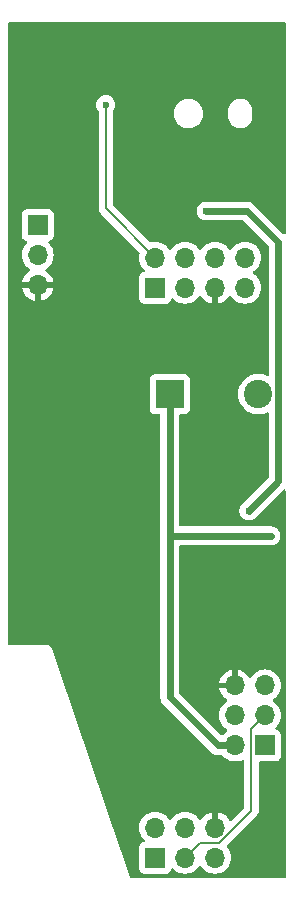
<source format=gbr>
%TF.GenerationSoftware,KiCad,Pcbnew,8.0.8*%
%TF.CreationDate,2025-01-26T19:36:25-06:00*%
%TF.ProjectId,ptSolar-Breakout,7074536f-6c61-4722-9d42-7265616b6f75,rev?*%
%TF.SameCoordinates,Original*%
%TF.FileFunction,Copper,L2,Bot*%
%TF.FilePolarity,Positive*%
%FSLAX46Y46*%
G04 Gerber Fmt 4.6, Leading zero omitted, Abs format (unit mm)*
G04 Created by KiCad (PCBNEW 8.0.8) date 2025-01-26 19:36:25*
%MOMM*%
%LPD*%
G01*
G04 APERTURE LIST*
%TA.AperFunction,ComponentPad*%
%ADD10O,1.700000X1.700000*%
%TD*%
%TA.AperFunction,ComponentPad*%
%ADD11R,1.700000X1.700000*%
%TD*%
%TA.AperFunction,ComponentPad*%
%ADD12R,2.400000X2.400000*%
%TD*%
%TA.AperFunction,ComponentPad*%
%ADD13C,2.400000*%
%TD*%
%TA.AperFunction,ViaPad*%
%ADD14C,0.600000*%
%TD*%
%TA.AperFunction,Conductor*%
%ADD15C,0.600000*%
%TD*%
%TA.AperFunction,Conductor*%
%ADD16C,0.200000*%
%TD*%
G04 APERTURE END LIST*
D10*
%TO.P,J5,3,Pin_3*%
%TO.N,GND*%
X145750000Y-90500000D03*
%TO.P,J5,2,Pin_2*%
%TO.N,Net-(J4-Pin_3)*%
X145750000Y-87960000D03*
D11*
%TO.P,J5,1,Pin_1*%
%TO.N,Net-(J4-Pin_1)*%
X145750000Y-85420000D03*
%TD*%
%TO.P,J4,1,Pin_1*%
%TO.N,Net-(J4-Pin_1)*%
X155700000Y-90740000D03*
D10*
%TO.P,J4,2,Pin_2*%
%TO.N,+3.3V*%
X155700000Y-88200000D03*
%TO.P,J4,3,Pin_3*%
%TO.N,Net-(J4-Pin_3)*%
X158240000Y-90740000D03*
%TO.P,J4,4,Pin_4*%
%TO.N,Net-(J2-Pin_4)*%
X158240000Y-88200000D03*
%TO.P,J4,5,Pin_5*%
%TO.N,GND*%
X160780000Y-90740000D03*
%TO.P,J4,6,Pin_6*%
%TO.N,Net-(J2-Pin_3)*%
X160780000Y-88200000D03*
%TO.P,J4,7,Pin_7*%
%TO.N,unconnected-(J4-Pin_7-Pad7)*%
X163320000Y-90740000D03*
%TO.P,J4,8,Pin_8*%
%TO.N,Net-(J4-Pin_8)*%
X163320000Y-88200000D03*
%TD*%
D11*
%TO.P,J3,1,Pin_1*%
%TO.N,/MISO*%
X155700000Y-139000000D03*
D10*
%TO.P,J3,2,Pin_2*%
%TO.N,+BATT*%
X155700000Y-136460000D03*
%TO.P,J3,3,Pin_3*%
%TO.N,/SCK*%
X158240000Y-139000000D03*
%TO.P,J3,4,Pin_4*%
%TO.N,/MOSI*%
X158240000Y-136460000D03*
%TO.P,J3,5,Pin_5*%
%TO.N,/RESET*%
X160780000Y-139000000D03*
%TO.P,J3,6,Pin_6*%
%TO.N,GND*%
X160780000Y-136460000D03*
%TD*%
D11*
%TO.P,J1,1,Pin_1*%
%TO.N,/MISO*%
X165000000Y-129500000D03*
D10*
%TO.P,J1,2,Pin_2*%
%TO.N,+BATT*%
X162460000Y-129500000D03*
%TO.P,J1,3,Pin_3*%
%TO.N,/SCK*%
X165000000Y-126960000D03*
%TO.P,J1,4,Pin_4*%
%TO.N,/MOSI*%
X162460000Y-126960000D03*
%TO.P,J1,5,Pin_5*%
%TO.N,/RESET*%
X165000000Y-124420000D03*
%TO.P,J1,6,Pin_6*%
%TO.N,GND*%
X162460000Y-124420000D03*
%TD*%
D12*
%TO.P,C1,1*%
%TO.N,+BATT*%
X156926041Y-99750000D03*
D13*
%TO.P,C1,2*%
%TO.N,Net-(D1-A)*%
X164426041Y-99750000D03*
%TD*%
D14*
%TO.N,GND*%
X157750000Y-84500000D03*
X165750000Y-70500000D03*
X160250000Y-70500000D03*
X154000000Y-70500000D03*
X145750000Y-81250000D03*
X163750000Y-107000000D03*
X159500000Y-107000000D03*
X154000000Y-107000000D03*
X149000000Y-106750000D03*
X144750000Y-106750000D03*
X164750000Y-120000000D03*
X159500000Y-120000000D03*
X154000000Y-120000000D03*
X149000000Y-120000000D03*
X144750000Y-120000000D03*
X165500000Y-138750000D03*
%TO.N,+BATT*%
X165500000Y-111750000D03*
%TO.N,Net-(U1-VI)*%
X160000000Y-84250000D03*
X163625000Y-109625000D03*
%TO.N,+3.3V*%
X151500000Y-75250000D03*
%TD*%
D15*
%TO.N,Net-(U1-VI)*%
X163500000Y-84250000D02*
X160000000Y-84250000D01*
X166126041Y-107123959D02*
X166126041Y-86876041D01*
X166126041Y-86876041D02*
X163500000Y-84250000D01*
X163625000Y-109625000D02*
X166126041Y-107123959D01*
%TO.N,+BATT*%
X161000000Y-129500000D02*
X156926041Y-125426041D01*
X156926041Y-125426041D02*
X156926041Y-111750000D01*
X162460000Y-129500000D02*
X161000000Y-129500000D01*
X156926041Y-111750000D02*
X156926041Y-99750000D01*
X165500000Y-111750000D02*
X156926041Y-111750000D01*
D16*
%TO.N,/SCK*%
X159490000Y-137750000D02*
X158240000Y-139000000D01*
X163850000Y-135016346D02*
X161116346Y-137750000D01*
X163850000Y-128110000D02*
X163850000Y-135016346D01*
X161116346Y-137750000D02*
X159490000Y-137750000D01*
X165000000Y-126960000D02*
X163850000Y-128110000D01*
%TO.N,+3.3V*%
X151500000Y-84000000D02*
X151500000Y-75250000D01*
X155700000Y-88200000D02*
X151500000Y-84000000D01*
%TD*%
%TA.AperFunction,Conductor*%
%TO.N,GND*%
G36*
X166692539Y-68270185D02*
G01*
X166738294Y-68322989D01*
X166749500Y-68374500D01*
X166749500Y-86068059D01*
X166729815Y-86135098D01*
X166677011Y-86180853D01*
X166607853Y-86190797D01*
X166544297Y-86161772D01*
X166537819Y-86155740D01*
X164010292Y-83628213D01*
X164010288Y-83628210D01*
X163879185Y-83540609D01*
X163879172Y-83540602D01*
X163733501Y-83480264D01*
X163733489Y-83480261D01*
X163578845Y-83449500D01*
X163578842Y-83449500D01*
X160051915Y-83449500D01*
X160038031Y-83448720D01*
X160000002Y-83444435D01*
X159999998Y-83444435D01*
X159961969Y-83448720D01*
X159948085Y-83449500D01*
X159921152Y-83449500D01*
X159881994Y-83457288D01*
X159871696Y-83458890D01*
X159820742Y-83464632D01*
X159820735Y-83464634D01*
X159796898Y-83472975D01*
X159780140Y-83477550D01*
X159766502Y-83480263D01*
X159766496Y-83480264D01*
X159717631Y-83500504D01*
X159711140Y-83502982D01*
X159650477Y-83524210D01*
X159650474Y-83524212D01*
X159640127Y-83530713D01*
X159621639Y-83540266D01*
X159620832Y-83540600D01*
X159620824Y-83540604D01*
X159566047Y-83577204D01*
X159563132Y-83579092D01*
X159497742Y-83620180D01*
X159497735Y-83620186D01*
X159370186Y-83747735D01*
X159370180Y-83747742D01*
X159329092Y-83813132D01*
X159327204Y-83816047D01*
X159290604Y-83870824D01*
X159290600Y-83870832D01*
X159290266Y-83871639D01*
X159280713Y-83890127D01*
X159274212Y-83900474D01*
X159274210Y-83900477D01*
X159252982Y-83961140D01*
X159250504Y-83967631D01*
X159230264Y-84016496D01*
X159230263Y-84016502D01*
X159227550Y-84030140D01*
X159222975Y-84046898D01*
X159214634Y-84070735D01*
X159214632Y-84070742D01*
X159208890Y-84121696D01*
X159207288Y-84131994D01*
X159199500Y-84171152D01*
X159199500Y-84198085D01*
X159198720Y-84211968D01*
X159194435Y-84250000D01*
X159198720Y-84288029D01*
X159199500Y-84301914D01*
X159199500Y-84328844D01*
X159207288Y-84368003D01*
X159208890Y-84378303D01*
X159214632Y-84429252D01*
X159214633Y-84429260D01*
X159222976Y-84453104D01*
X159227550Y-84469860D01*
X159230262Y-84483496D01*
X159250509Y-84532377D01*
X159252988Y-84538872D01*
X159274212Y-84599524D01*
X159280709Y-84609865D01*
X159290268Y-84628365D01*
X159290603Y-84629173D01*
X159290605Y-84629179D01*
X159327223Y-84683982D01*
X159329114Y-84686900D01*
X159370180Y-84752257D01*
X159370182Y-84752260D01*
X159370184Y-84752262D01*
X159497738Y-84879816D01*
X159563131Y-84920905D01*
X159566040Y-84922790D01*
X159620821Y-84959394D01*
X159621606Y-84959719D01*
X159640134Y-84969289D01*
X159650478Y-84975789D01*
X159711175Y-84997028D01*
X159717607Y-84999484D01*
X159746021Y-85011253D01*
X159766497Y-85019735D01*
X159766498Y-85019735D01*
X159766503Y-85019737D01*
X159780139Y-85022449D01*
X159796898Y-85027023D01*
X159820745Y-85035368D01*
X159871714Y-85041110D01*
X159881992Y-85042709D01*
X159909140Y-85048109D01*
X159921157Y-85050500D01*
X159921158Y-85050500D01*
X159948085Y-85050500D01*
X159961969Y-85051280D01*
X159999998Y-85055565D01*
X160000000Y-85055565D01*
X160000002Y-85055565D01*
X160038031Y-85051280D01*
X160051915Y-85050500D01*
X163117060Y-85050500D01*
X163184099Y-85070185D01*
X163204741Y-85086819D01*
X165289222Y-87171300D01*
X165322707Y-87232623D01*
X165325541Y-87258981D01*
X165325541Y-98098419D01*
X165305856Y-98165458D01*
X165253052Y-98211213D01*
X165183894Y-98221157D01*
X165147740Y-98210140D01*
X165144370Y-98208517D01*
X165049045Y-98162611D01*
X165049042Y-98162610D01*
X164805507Y-98087489D01*
X164805503Y-98087488D01*
X164805499Y-98087487D01*
X164684272Y-98069214D01*
X164553481Y-98049500D01*
X164553476Y-98049500D01*
X164298606Y-98049500D01*
X164298600Y-98049500D01*
X164141650Y-98073157D01*
X164046583Y-98087487D01*
X164046580Y-98087488D01*
X164046574Y-98087489D01*
X163803033Y-98162612D01*
X163573414Y-98273190D01*
X163573413Y-98273191D01*
X163362823Y-98416768D01*
X163175993Y-98590121D01*
X163175991Y-98590123D01*
X163017082Y-98789388D01*
X162889649Y-99010109D01*
X162796533Y-99247362D01*
X162796531Y-99247369D01*
X162739818Y-99495845D01*
X162720773Y-99749995D01*
X162720773Y-99750004D01*
X162739818Y-100004154D01*
X162739819Y-100004157D01*
X162796533Y-100252637D01*
X162889648Y-100489888D01*
X163017082Y-100710612D01*
X163175991Y-100909877D01*
X163362824Y-101083232D01*
X163573407Y-101226805D01*
X163573412Y-101226807D01*
X163573413Y-101226808D01*
X163573414Y-101226809D01*
X163680769Y-101278508D01*
X163803033Y-101337387D01*
X163803034Y-101337387D01*
X163803037Y-101337389D01*
X164046583Y-101412513D01*
X164298606Y-101450500D01*
X164553476Y-101450500D01*
X164805499Y-101412513D01*
X165049045Y-101337389D01*
X165147740Y-101289859D01*
X165216681Y-101278508D01*
X165280815Y-101306230D01*
X165319781Y-101364225D01*
X165325541Y-101401580D01*
X165325541Y-106741019D01*
X165305856Y-106808058D01*
X165289222Y-106828700D01*
X162995186Y-109122735D01*
X162995180Y-109122742D01*
X162954092Y-109188132D01*
X162952204Y-109191047D01*
X162915604Y-109245824D01*
X162915600Y-109245832D01*
X162915266Y-109246639D01*
X162905713Y-109265127D01*
X162899212Y-109275474D01*
X162899210Y-109275477D01*
X162877982Y-109336140D01*
X162875504Y-109342631D01*
X162855264Y-109391496D01*
X162855263Y-109391502D01*
X162852550Y-109405140D01*
X162847975Y-109421898D01*
X162839634Y-109445735D01*
X162839632Y-109445742D01*
X162833890Y-109496696D01*
X162832288Y-109506994D01*
X162824500Y-109546152D01*
X162824500Y-109573085D01*
X162823720Y-109586969D01*
X162819435Y-109624998D01*
X162819435Y-109625001D01*
X162823720Y-109663029D01*
X162824500Y-109676914D01*
X162824500Y-109703844D01*
X162832288Y-109743003D01*
X162833890Y-109753303D01*
X162839632Y-109804252D01*
X162839633Y-109804260D01*
X162847976Y-109828104D01*
X162852550Y-109844860D01*
X162855262Y-109858496D01*
X162875509Y-109907377D01*
X162877988Y-109913872D01*
X162899212Y-109974524D01*
X162905709Y-109984865D01*
X162915268Y-110003365D01*
X162915603Y-110004173D01*
X162915605Y-110004179D01*
X162952223Y-110058982D01*
X162954114Y-110061900D01*
X162995180Y-110127257D01*
X162995182Y-110127260D01*
X162995184Y-110127262D01*
X163122738Y-110254816D01*
X163188096Y-110295883D01*
X163188131Y-110295905D01*
X163191040Y-110297790D01*
X163245821Y-110334394D01*
X163246606Y-110334719D01*
X163265134Y-110344289D01*
X163275478Y-110350789D01*
X163336175Y-110372028D01*
X163342607Y-110374484D01*
X163371021Y-110386253D01*
X163391497Y-110394735D01*
X163391498Y-110394735D01*
X163391503Y-110394737D01*
X163405139Y-110397449D01*
X163421898Y-110402023D01*
X163445745Y-110410368D01*
X163496714Y-110416110D01*
X163506992Y-110417709D01*
X163534140Y-110423109D01*
X163546157Y-110425500D01*
X163546158Y-110425500D01*
X163573085Y-110425500D01*
X163586969Y-110426280D01*
X163624998Y-110430565D01*
X163625000Y-110430565D01*
X163625002Y-110430565D01*
X163663031Y-110426280D01*
X163676915Y-110425500D01*
X163703841Y-110425500D01*
X163703842Y-110425500D01*
X163743017Y-110417707D01*
X163753283Y-110416110D01*
X163804255Y-110410368D01*
X163828100Y-110402023D01*
X163844862Y-110397448D01*
X163858497Y-110394737D01*
X163907389Y-110374484D01*
X163913837Y-110372023D01*
X163974522Y-110350789D01*
X163984868Y-110344287D01*
X164003390Y-110334720D01*
X164004179Y-110334394D01*
X164058987Y-110297771D01*
X164061825Y-110295931D01*
X164127262Y-110254816D01*
X164254816Y-110127262D01*
X166537819Y-107844259D01*
X166599142Y-107810774D01*
X166668834Y-107815758D01*
X166724767Y-107857630D01*
X166749184Y-107923094D01*
X166749500Y-107931940D01*
X166749500Y-140625500D01*
X166729815Y-140692539D01*
X166677011Y-140738294D01*
X166625500Y-140749500D01*
X153696529Y-140749500D01*
X153629490Y-140729815D01*
X153583735Y-140677011D01*
X153579193Y-140665602D01*
X153471499Y-140350498D01*
X152141835Y-136459999D01*
X154344341Y-136459999D01*
X154344341Y-136460000D01*
X154364936Y-136695403D01*
X154364938Y-136695413D01*
X154426094Y-136923655D01*
X154426096Y-136923659D01*
X154426097Y-136923663D01*
X154506004Y-137095023D01*
X154525965Y-137137830D01*
X154525967Y-137137834D01*
X154634281Y-137292521D01*
X154661501Y-137331396D01*
X154661506Y-137331402D01*
X154783430Y-137453326D01*
X154816915Y-137514649D01*
X154811931Y-137584341D01*
X154770059Y-137640274D01*
X154739083Y-137657189D01*
X154607669Y-137706203D01*
X154607664Y-137706206D01*
X154492455Y-137792452D01*
X154492452Y-137792455D01*
X154406206Y-137907664D01*
X154406202Y-137907671D01*
X154355908Y-138042517D01*
X154349501Y-138102116D01*
X154349500Y-138102135D01*
X154349500Y-139897870D01*
X154349501Y-139897876D01*
X154355908Y-139957483D01*
X154406202Y-140092328D01*
X154406206Y-140092335D01*
X154492452Y-140207544D01*
X154492455Y-140207547D01*
X154607664Y-140293793D01*
X154607671Y-140293797D01*
X154742517Y-140344091D01*
X154742516Y-140344091D01*
X154749444Y-140344835D01*
X154802127Y-140350500D01*
X156597872Y-140350499D01*
X156657483Y-140344091D01*
X156792331Y-140293796D01*
X156907546Y-140207546D01*
X156993796Y-140092331D01*
X157042810Y-139960916D01*
X157084681Y-139904984D01*
X157150145Y-139880566D01*
X157218418Y-139895417D01*
X157246673Y-139916569D01*
X157368599Y-140038495D01*
X157465384Y-140106265D01*
X157562165Y-140174032D01*
X157562167Y-140174033D01*
X157562170Y-140174035D01*
X157776337Y-140273903D01*
X158004592Y-140335063D01*
X158181034Y-140350500D01*
X158239999Y-140355659D01*
X158240000Y-140355659D01*
X158240001Y-140355659D01*
X158298966Y-140350500D01*
X158475408Y-140335063D01*
X158703663Y-140273903D01*
X158917830Y-140174035D01*
X159111401Y-140038495D01*
X159278495Y-139871401D01*
X159408425Y-139685842D01*
X159463002Y-139642217D01*
X159532500Y-139635023D01*
X159594855Y-139666546D01*
X159611575Y-139685842D01*
X159741500Y-139871395D01*
X159741505Y-139871401D01*
X159908599Y-140038495D01*
X160005384Y-140106265D01*
X160102165Y-140174032D01*
X160102167Y-140174033D01*
X160102170Y-140174035D01*
X160316337Y-140273903D01*
X160544592Y-140335063D01*
X160721034Y-140350500D01*
X160779999Y-140355659D01*
X160780000Y-140355659D01*
X160780001Y-140355659D01*
X160838966Y-140350500D01*
X161015408Y-140335063D01*
X161243663Y-140273903D01*
X161457830Y-140174035D01*
X161651401Y-140038495D01*
X161818495Y-139871401D01*
X161954035Y-139677830D01*
X162053903Y-139463663D01*
X162115063Y-139235408D01*
X162135659Y-139000000D01*
X162115063Y-138764592D01*
X162053903Y-138536337D01*
X161954035Y-138322171D01*
X161818495Y-138128599D01*
X161818494Y-138128597D01*
X161790419Y-138100522D01*
X161756934Y-138039199D01*
X161761918Y-137969507D01*
X161790417Y-137925162D01*
X164330520Y-135385062D01*
X164409577Y-135248130D01*
X164450501Y-135095403D01*
X164450501Y-134937288D01*
X164450501Y-134929693D01*
X164450500Y-134929675D01*
X164450500Y-130974499D01*
X164470185Y-130907460D01*
X164522989Y-130861705D01*
X164574500Y-130850499D01*
X165897871Y-130850499D01*
X165897872Y-130850499D01*
X165957483Y-130844091D01*
X166092331Y-130793796D01*
X166207546Y-130707546D01*
X166293796Y-130592331D01*
X166344091Y-130457483D01*
X166350500Y-130397873D01*
X166350499Y-128602128D01*
X166344091Y-128542517D01*
X166293796Y-128407669D01*
X166293795Y-128407668D01*
X166293793Y-128407664D01*
X166207547Y-128292455D01*
X166207544Y-128292452D01*
X166092335Y-128206206D01*
X166092328Y-128206202D01*
X165960917Y-128157189D01*
X165904983Y-128115318D01*
X165880566Y-128049853D01*
X165895418Y-127981580D01*
X165916563Y-127953332D01*
X166038495Y-127831401D01*
X166174035Y-127637830D01*
X166273903Y-127423663D01*
X166335063Y-127195408D01*
X166355659Y-126960000D01*
X166335063Y-126724592D01*
X166273903Y-126496337D01*
X166174035Y-126282171D01*
X166168425Y-126274158D01*
X166038494Y-126088597D01*
X165871402Y-125921506D01*
X165871396Y-125921501D01*
X165685842Y-125791575D01*
X165642217Y-125736998D01*
X165635023Y-125667500D01*
X165666546Y-125605145D01*
X165685842Y-125588425D01*
X165805152Y-125504883D01*
X165871401Y-125458495D01*
X166038495Y-125291401D01*
X166174035Y-125097830D01*
X166273903Y-124883663D01*
X166335063Y-124655408D01*
X166355659Y-124420000D01*
X166335063Y-124184592D01*
X166273903Y-123956337D01*
X166174035Y-123742171D01*
X166168731Y-123734595D01*
X166038494Y-123548597D01*
X165871402Y-123381506D01*
X165871395Y-123381501D01*
X165677834Y-123245967D01*
X165677830Y-123245965D01*
X165677828Y-123245964D01*
X165463663Y-123146097D01*
X165463659Y-123146096D01*
X165463655Y-123146094D01*
X165235413Y-123084938D01*
X165235403Y-123084936D01*
X165000001Y-123064341D01*
X164999999Y-123064341D01*
X164764596Y-123084936D01*
X164764586Y-123084938D01*
X164536344Y-123146094D01*
X164536335Y-123146098D01*
X164322171Y-123245964D01*
X164322169Y-123245965D01*
X164128597Y-123381505D01*
X163961508Y-123548594D01*
X163831269Y-123734595D01*
X163776692Y-123778219D01*
X163707193Y-123785412D01*
X163644839Y-123753890D01*
X163628119Y-123734594D01*
X163498113Y-123548926D01*
X163498108Y-123548920D01*
X163331082Y-123381894D01*
X163137578Y-123246399D01*
X162923492Y-123146570D01*
X162923486Y-123146567D01*
X162710000Y-123089364D01*
X162710000Y-123986988D01*
X162652993Y-123954075D01*
X162525826Y-123920000D01*
X162394174Y-123920000D01*
X162267007Y-123954075D01*
X162210000Y-123986988D01*
X162210000Y-123089364D01*
X162209999Y-123089364D01*
X161996513Y-123146567D01*
X161996507Y-123146570D01*
X161782422Y-123246399D01*
X161782420Y-123246400D01*
X161588926Y-123381886D01*
X161588920Y-123381891D01*
X161421891Y-123548920D01*
X161421886Y-123548926D01*
X161286400Y-123742420D01*
X161286399Y-123742422D01*
X161186570Y-123956507D01*
X161186567Y-123956513D01*
X161129364Y-124169999D01*
X161129364Y-124170000D01*
X162026988Y-124170000D01*
X161994075Y-124227007D01*
X161960000Y-124354174D01*
X161960000Y-124485826D01*
X161994075Y-124612993D01*
X162026988Y-124670000D01*
X161129364Y-124670000D01*
X161186567Y-124883486D01*
X161186570Y-124883492D01*
X161286399Y-125097578D01*
X161421894Y-125291082D01*
X161588917Y-125458105D01*
X161774595Y-125588119D01*
X161818219Y-125642696D01*
X161825412Y-125712195D01*
X161793890Y-125774549D01*
X161774595Y-125791269D01*
X161588594Y-125921508D01*
X161421505Y-126088597D01*
X161285965Y-126282169D01*
X161285964Y-126282171D01*
X161186098Y-126496335D01*
X161186094Y-126496344D01*
X161124938Y-126724586D01*
X161124936Y-126724596D01*
X161104341Y-126959999D01*
X161104341Y-126960000D01*
X161124936Y-127195403D01*
X161124938Y-127195413D01*
X161186094Y-127423655D01*
X161186096Y-127423659D01*
X161186097Y-127423663D01*
X161285965Y-127637830D01*
X161285967Y-127637834D01*
X161394281Y-127792521D01*
X161421501Y-127831396D01*
X161421506Y-127831402D01*
X161588597Y-127998493D01*
X161588603Y-127998498D01*
X161774158Y-128128425D01*
X161817783Y-128183002D01*
X161824977Y-128252500D01*
X161793454Y-128314855D01*
X161774158Y-128331575D01*
X161588600Y-128461503D01*
X161428771Y-128621332D01*
X161367448Y-128654816D01*
X161297756Y-128649832D01*
X161253409Y-128621331D01*
X157762860Y-125130782D01*
X157729375Y-125069459D01*
X157726541Y-125043101D01*
X157726541Y-112674500D01*
X157746226Y-112607461D01*
X157799030Y-112561706D01*
X157850541Y-112550500D01*
X165448085Y-112550500D01*
X165461969Y-112551280D01*
X165499998Y-112555565D01*
X165500000Y-112555565D01*
X165500002Y-112555565D01*
X165538031Y-112551280D01*
X165551915Y-112550500D01*
X165578841Y-112550500D01*
X165578842Y-112550500D01*
X165618017Y-112542707D01*
X165628283Y-112541110D01*
X165679255Y-112535368D01*
X165703100Y-112527023D01*
X165719862Y-112522448D01*
X165733497Y-112519737D01*
X165782389Y-112499484D01*
X165788837Y-112497023D01*
X165849522Y-112475789D01*
X165859868Y-112469287D01*
X165878390Y-112459720D01*
X165879179Y-112459394D01*
X165933987Y-112422771D01*
X165936825Y-112420931D01*
X166002262Y-112379816D01*
X166129816Y-112252262D01*
X166170931Y-112186825D01*
X166172777Y-112183979D01*
X166209389Y-112129186D01*
X166209394Y-112129179D01*
X166209720Y-112128390D01*
X166219287Y-112109868D01*
X166225789Y-112099522D01*
X166247023Y-112038837D01*
X166249484Y-112032389D01*
X166269737Y-111983497D01*
X166272448Y-111969862D01*
X166277023Y-111953100D01*
X166285368Y-111929255D01*
X166291110Y-111878283D01*
X166292707Y-111868017D01*
X166300500Y-111828842D01*
X166300500Y-111801914D01*
X166301280Y-111788029D01*
X166305565Y-111750001D01*
X166305565Y-111749998D01*
X166301280Y-111711969D01*
X166300500Y-111698085D01*
X166300500Y-111671157D01*
X166292711Y-111632003D01*
X166291110Y-111621714D01*
X166285368Y-111570745D01*
X166277023Y-111546898D01*
X166272449Y-111530139D01*
X166269737Y-111516503D01*
X166249484Y-111467607D01*
X166247028Y-111461175D01*
X166225789Y-111400478D01*
X166219289Y-111390134D01*
X166209719Y-111371606D01*
X166209394Y-111370821D01*
X166172790Y-111316040D01*
X166170905Y-111313131D01*
X166129815Y-111247737D01*
X166002260Y-111120182D01*
X166002257Y-111120180D01*
X165936900Y-111079114D01*
X165933982Y-111077223D01*
X165879179Y-111040605D01*
X165879173Y-111040603D01*
X165878365Y-111040268D01*
X165859865Y-111030709D01*
X165849524Y-111024212D01*
X165849523Y-111024211D01*
X165849522Y-111024211D01*
X165788867Y-111002986D01*
X165782377Y-111000509D01*
X165733496Y-110980262D01*
X165719860Y-110977550D01*
X165703104Y-110972976D01*
X165679260Y-110964633D01*
X165679256Y-110964632D01*
X165679255Y-110964632D01*
X165658575Y-110962301D01*
X165628303Y-110958890D01*
X165618003Y-110957288D01*
X165578844Y-110949500D01*
X165578842Y-110949500D01*
X165551915Y-110949500D01*
X165538031Y-110948720D01*
X165500002Y-110944435D01*
X165499998Y-110944435D01*
X165461969Y-110948720D01*
X165448085Y-110949500D01*
X157850541Y-110949500D01*
X157783502Y-110929815D01*
X157737747Y-110877011D01*
X157726541Y-110825500D01*
X157726541Y-101574499D01*
X157746226Y-101507460D01*
X157799030Y-101461705D01*
X157850541Y-101450499D01*
X158173912Y-101450499D01*
X158173913Y-101450499D01*
X158233524Y-101444091D01*
X158368372Y-101393796D01*
X158483587Y-101307546D01*
X158569837Y-101192331D01*
X158620132Y-101057483D01*
X158626541Y-100997873D01*
X158626540Y-98502128D01*
X158620132Y-98442517D01*
X158610528Y-98416768D01*
X158569838Y-98307671D01*
X158569834Y-98307664D01*
X158483588Y-98192455D01*
X158483585Y-98192452D01*
X158368376Y-98106206D01*
X158368369Y-98106202D01*
X158233523Y-98055908D01*
X158233524Y-98055908D01*
X158173924Y-98049501D01*
X158173922Y-98049500D01*
X158173914Y-98049500D01*
X158173905Y-98049500D01*
X155678170Y-98049500D01*
X155678164Y-98049501D01*
X155618557Y-98055908D01*
X155483712Y-98106202D01*
X155483705Y-98106206D01*
X155368496Y-98192452D01*
X155368493Y-98192455D01*
X155282247Y-98307664D01*
X155282243Y-98307671D01*
X155231949Y-98442517D01*
X155225542Y-98502116D01*
X155225542Y-98502123D01*
X155225541Y-98502135D01*
X155225541Y-100997870D01*
X155225542Y-100997876D01*
X155231949Y-101057483D01*
X155282243Y-101192328D01*
X155282247Y-101192335D01*
X155368493Y-101307544D01*
X155368496Y-101307547D01*
X155483705Y-101393793D01*
X155483712Y-101393797D01*
X155504580Y-101401580D01*
X155618558Y-101444091D01*
X155678168Y-101450500D01*
X156001541Y-101450499D01*
X156068580Y-101470183D01*
X156114335Y-101522987D01*
X156125541Y-101574499D01*
X156125541Y-125504887D01*
X156156302Y-125659530D01*
X156156305Y-125659542D01*
X156216643Y-125805213D01*
X156216650Y-125805226D01*
X156304251Y-125936329D01*
X156304254Y-125936333D01*
X160378211Y-130010289D01*
X160489711Y-130121789D01*
X160489712Y-130121790D01*
X160620814Y-130209390D01*
X160620827Y-130209397D01*
X160766498Y-130269735D01*
X160766503Y-130269737D01*
X160921153Y-130300499D01*
X160921156Y-130300500D01*
X160921158Y-130300500D01*
X161307309Y-130300500D01*
X161374348Y-130320185D01*
X161408884Y-130353376D01*
X161421508Y-130371405D01*
X161507586Y-130457482D01*
X161588599Y-130538495D01*
X161670499Y-130595842D01*
X161782165Y-130674032D01*
X161782167Y-130674033D01*
X161782170Y-130674035D01*
X161996337Y-130773903D01*
X162224592Y-130835063D01*
X162412918Y-130851539D01*
X162459999Y-130855659D01*
X162460000Y-130855659D01*
X162460001Y-130855659D01*
X162499234Y-130852226D01*
X162695408Y-130835063D01*
X162923663Y-130773903D01*
X163073096Y-130704220D01*
X163142172Y-130693729D01*
X163205956Y-130722249D01*
X163244196Y-130780725D01*
X163249500Y-130816603D01*
X163249500Y-134716247D01*
X163229815Y-134783286D01*
X163213181Y-134803928D01*
X162168211Y-135848897D01*
X162106888Y-135882382D01*
X162037196Y-135877398D01*
X161981263Y-135835526D01*
X161968148Y-135813621D01*
X161953599Y-135782421D01*
X161953597Y-135782417D01*
X161818113Y-135588926D01*
X161818108Y-135588920D01*
X161651082Y-135421894D01*
X161457578Y-135286399D01*
X161243492Y-135186570D01*
X161243486Y-135186567D01*
X161030000Y-135129364D01*
X161030000Y-136026988D01*
X160972993Y-135994075D01*
X160845826Y-135960000D01*
X160714174Y-135960000D01*
X160587007Y-135994075D01*
X160530000Y-136026988D01*
X160530000Y-135129364D01*
X160529999Y-135129364D01*
X160316513Y-135186567D01*
X160316507Y-135186570D01*
X160102422Y-135286399D01*
X160102420Y-135286400D01*
X159908926Y-135421886D01*
X159908920Y-135421891D01*
X159741891Y-135588920D01*
X159741890Y-135588922D01*
X159611880Y-135774595D01*
X159557303Y-135818219D01*
X159487804Y-135825412D01*
X159425450Y-135793890D01*
X159408730Y-135774594D01*
X159278494Y-135588597D01*
X159111402Y-135421506D01*
X159111395Y-135421501D01*
X158917834Y-135285967D01*
X158917830Y-135285965D01*
X158917828Y-135285964D01*
X158703663Y-135186097D01*
X158703659Y-135186096D01*
X158703655Y-135186094D01*
X158475413Y-135124938D01*
X158475403Y-135124936D01*
X158240001Y-135104341D01*
X158239999Y-135104341D01*
X158004596Y-135124936D01*
X158004586Y-135124938D01*
X157776344Y-135186094D01*
X157776335Y-135186098D01*
X157562171Y-135285964D01*
X157562169Y-135285965D01*
X157368597Y-135421505D01*
X157201505Y-135588597D01*
X157071575Y-135774158D01*
X157016998Y-135817783D01*
X156947500Y-135824977D01*
X156885145Y-135793454D01*
X156868425Y-135774158D01*
X156738494Y-135588597D01*
X156571402Y-135421506D01*
X156571395Y-135421501D01*
X156377834Y-135285967D01*
X156377830Y-135285965D01*
X156377828Y-135285964D01*
X156163663Y-135186097D01*
X156163659Y-135186096D01*
X156163655Y-135186094D01*
X155935413Y-135124938D01*
X155935403Y-135124936D01*
X155700001Y-135104341D01*
X155699999Y-135104341D01*
X155464596Y-135124936D01*
X155464586Y-135124938D01*
X155236344Y-135186094D01*
X155236335Y-135186098D01*
X155022171Y-135285964D01*
X155022169Y-135285965D01*
X154828597Y-135421505D01*
X154661505Y-135588597D01*
X154525965Y-135782169D01*
X154525964Y-135782171D01*
X154426098Y-135996335D01*
X154426094Y-135996344D01*
X154364938Y-136224586D01*
X154364936Y-136224596D01*
X154344341Y-136459999D01*
X152141835Y-136459999D01*
X146980424Y-121358093D01*
X146977987Y-121350089D01*
X146966392Y-121306814D01*
X146963874Y-121302452D01*
X146953923Y-121280551D01*
X146952294Y-121275785D01*
X146927327Y-121238587D01*
X146922900Y-121231484D01*
X146900500Y-121192686D01*
X146896938Y-121189124D01*
X146881660Y-121170547D01*
X146878851Y-121166362D01*
X146878846Y-121166356D01*
X146845101Y-121136887D01*
X146838983Y-121131169D01*
X146807315Y-121099500D01*
X146802940Y-121096974D01*
X146783388Y-121082993D01*
X146779594Y-121079680D01*
X146779588Y-121079676D01*
X146739373Y-121059947D01*
X146731989Y-121056010D01*
X146693185Y-121033607D01*
X146688304Y-121032299D01*
X146665800Y-121023856D01*
X146661275Y-121021636D01*
X146636687Y-121016797D01*
X146617311Y-121012985D01*
X146609160Y-121011093D01*
X146565895Y-120999500D01*
X146565892Y-120999500D01*
X146560856Y-120999500D01*
X146536918Y-120997167D01*
X146531975Y-120996194D01*
X146531966Y-120996193D01*
X146488965Y-120999102D01*
X146487274Y-120999217D01*
X146478907Y-120999500D01*
X143374500Y-120999500D01*
X143307461Y-120979815D01*
X143261706Y-120927011D01*
X143250500Y-120875500D01*
X143250500Y-87959999D01*
X144394341Y-87959999D01*
X144394341Y-87960000D01*
X144414936Y-88195403D01*
X144414938Y-88195413D01*
X144476094Y-88423655D01*
X144476096Y-88423659D01*
X144476097Y-88423663D01*
X144575965Y-88637830D01*
X144575967Y-88637834D01*
X144684281Y-88792521D01*
X144711505Y-88831401D01*
X144878599Y-88998495D01*
X144982719Y-89071401D01*
X145064594Y-89128730D01*
X145108219Y-89183307D01*
X145115413Y-89252805D01*
X145083890Y-89315160D01*
X145064595Y-89331880D01*
X144878922Y-89461890D01*
X144878920Y-89461891D01*
X144711891Y-89628920D01*
X144711886Y-89628926D01*
X144576400Y-89822420D01*
X144576399Y-89822422D01*
X144476570Y-90036507D01*
X144476567Y-90036513D01*
X144419364Y-90249999D01*
X144419364Y-90250000D01*
X145316988Y-90250000D01*
X145284075Y-90307007D01*
X145250000Y-90434174D01*
X145250000Y-90565826D01*
X145284075Y-90692993D01*
X145316988Y-90750000D01*
X144419364Y-90750000D01*
X144476567Y-90963486D01*
X144476570Y-90963492D01*
X144576399Y-91177578D01*
X144711894Y-91371082D01*
X144878917Y-91538105D01*
X145072421Y-91673600D01*
X145286507Y-91773429D01*
X145286516Y-91773433D01*
X145500000Y-91830634D01*
X145500000Y-90933012D01*
X145557007Y-90965925D01*
X145684174Y-91000000D01*
X145815826Y-91000000D01*
X145942993Y-90965925D01*
X146000000Y-90933012D01*
X146000000Y-91830633D01*
X146213483Y-91773433D01*
X146213492Y-91773429D01*
X146427578Y-91673600D01*
X146621082Y-91538105D01*
X146788105Y-91371082D01*
X146923600Y-91177578D01*
X147023429Y-90963492D01*
X147023432Y-90963486D01*
X147080636Y-90750000D01*
X146183012Y-90750000D01*
X146215925Y-90692993D01*
X146250000Y-90565826D01*
X146250000Y-90434174D01*
X146215925Y-90307007D01*
X146183012Y-90250000D01*
X147080636Y-90250000D01*
X147080635Y-90249999D01*
X147023432Y-90036513D01*
X147023429Y-90036507D01*
X146923600Y-89822422D01*
X146923599Y-89822420D01*
X146788113Y-89628926D01*
X146788108Y-89628920D01*
X146621078Y-89461890D01*
X146435405Y-89331879D01*
X146391780Y-89277302D01*
X146384588Y-89207804D01*
X146416110Y-89145449D01*
X146435406Y-89128730D01*
X146517279Y-89071402D01*
X146621401Y-88998495D01*
X146788495Y-88831401D01*
X146924035Y-88637830D01*
X147023903Y-88423663D01*
X147085063Y-88195408D01*
X147105659Y-87960000D01*
X147085063Y-87724592D01*
X147023903Y-87496337D01*
X146924035Y-87282171D01*
X146907797Y-87258981D01*
X146788496Y-87088600D01*
X146788495Y-87088599D01*
X146666567Y-86966671D01*
X146633084Y-86905351D01*
X146638068Y-86835659D01*
X146679939Y-86779725D01*
X146710915Y-86762810D01*
X146842331Y-86713796D01*
X146957546Y-86627546D01*
X147043796Y-86512331D01*
X147094091Y-86377483D01*
X147100500Y-86317873D01*
X147100499Y-84522128D01*
X147094091Y-84462517D01*
X147093643Y-84461317D01*
X147043797Y-84327671D01*
X147043793Y-84327664D01*
X146957547Y-84212455D01*
X146957544Y-84212452D01*
X146842335Y-84126206D01*
X146842328Y-84126202D01*
X146707482Y-84075908D01*
X146707483Y-84075908D01*
X146647883Y-84069501D01*
X146647881Y-84069500D01*
X146647873Y-84069500D01*
X146647864Y-84069500D01*
X144852129Y-84069500D01*
X144852123Y-84069501D01*
X144792516Y-84075908D01*
X144657671Y-84126202D01*
X144657664Y-84126206D01*
X144542455Y-84212452D01*
X144542452Y-84212455D01*
X144456206Y-84327664D01*
X144456202Y-84327671D01*
X144405908Y-84462517D01*
X144403213Y-84487590D01*
X144399501Y-84522123D01*
X144399500Y-84522135D01*
X144399500Y-86317870D01*
X144399501Y-86317876D01*
X144405908Y-86377483D01*
X144456202Y-86512328D01*
X144456206Y-86512335D01*
X144542452Y-86627544D01*
X144542455Y-86627547D01*
X144657664Y-86713793D01*
X144657671Y-86713797D01*
X144789081Y-86762810D01*
X144845015Y-86804681D01*
X144869432Y-86870145D01*
X144854580Y-86938418D01*
X144833430Y-86966673D01*
X144711503Y-87088600D01*
X144575965Y-87282169D01*
X144575964Y-87282171D01*
X144476098Y-87496335D01*
X144476094Y-87496344D01*
X144414938Y-87724586D01*
X144414936Y-87724596D01*
X144394341Y-87959999D01*
X143250500Y-87959999D01*
X143250500Y-75249996D01*
X150694435Y-75249996D01*
X150694435Y-75250003D01*
X150714630Y-75429249D01*
X150714631Y-75429254D01*
X150774211Y-75599523D01*
X150870185Y-75752263D01*
X150872445Y-75755097D01*
X150873334Y-75757275D01*
X150873889Y-75758158D01*
X150873734Y-75758255D01*
X150898855Y-75819783D01*
X150899500Y-75832412D01*
X150899500Y-83913330D01*
X150899499Y-83913348D01*
X150899499Y-84079054D01*
X150899498Y-84079054D01*
X150940423Y-84231786D01*
X150948716Y-84246148D01*
X150950940Y-84250000D01*
X151019479Y-84368714D01*
X151019481Y-84368717D01*
X151138349Y-84487585D01*
X151138355Y-84487590D01*
X154367233Y-87716468D01*
X154400718Y-87777791D01*
X154399327Y-87836241D01*
X154364939Y-87964583D01*
X154364936Y-87964596D01*
X154344341Y-88199999D01*
X154344341Y-88200000D01*
X154364936Y-88435403D01*
X154364938Y-88435413D01*
X154426094Y-88663655D01*
X154426096Y-88663659D01*
X154426097Y-88663663D01*
X154430000Y-88672032D01*
X154525965Y-88877830D01*
X154525967Y-88877834D01*
X154610458Y-88998498D01*
X154661501Y-89071396D01*
X154661506Y-89071402D01*
X154783430Y-89193326D01*
X154816915Y-89254649D01*
X154811931Y-89324341D01*
X154770059Y-89380274D01*
X154739083Y-89397189D01*
X154607669Y-89446203D01*
X154607664Y-89446206D01*
X154492455Y-89532452D01*
X154492452Y-89532455D01*
X154406206Y-89647664D01*
X154406202Y-89647671D01*
X154355908Y-89782517D01*
X154349501Y-89842116D01*
X154349500Y-89842135D01*
X154349500Y-91637870D01*
X154349501Y-91637876D01*
X154355908Y-91697483D01*
X154406202Y-91832328D01*
X154406206Y-91832335D01*
X154492452Y-91947544D01*
X154492455Y-91947547D01*
X154607664Y-92033793D01*
X154607671Y-92033797D01*
X154742517Y-92084091D01*
X154742516Y-92084091D01*
X154749444Y-92084835D01*
X154802127Y-92090500D01*
X156597872Y-92090499D01*
X156657483Y-92084091D01*
X156792331Y-92033796D01*
X156907546Y-91947546D01*
X156993796Y-91832331D01*
X157042810Y-91700916D01*
X157084681Y-91644984D01*
X157150145Y-91620566D01*
X157218418Y-91635417D01*
X157246673Y-91656569D01*
X157368599Y-91778495D01*
X157465384Y-91846265D01*
X157562165Y-91914032D01*
X157562167Y-91914033D01*
X157562170Y-91914035D01*
X157776337Y-92013903D01*
X158004592Y-92075063D01*
X158181034Y-92090500D01*
X158239999Y-92095659D01*
X158240000Y-92095659D01*
X158240001Y-92095659D01*
X158298966Y-92090500D01*
X158475408Y-92075063D01*
X158703663Y-92013903D01*
X158917830Y-91914035D01*
X159111401Y-91778495D01*
X159278495Y-91611401D01*
X159408730Y-91425405D01*
X159463307Y-91381781D01*
X159532805Y-91374587D01*
X159595160Y-91406110D01*
X159611879Y-91425405D01*
X159741890Y-91611078D01*
X159908917Y-91778105D01*
X160102421Y-91913600D01*
X160316507Y-92013429D01*
X160316516Y-92013433D01*
X160530000Y-92070634D01*
X160530000Y-91173012D01*
X160587007Y-91205925D01*
X160714174Y-91240000D01*
X160845826Y-91240000D01*
X160972993Y-91205925D01*
X161030000Y-91173012D01*
X161030000Y-92070633D01*
X161243483Y-92013433D01*
X161243492Y-92013429D01*
X161457578Y-91913600D01*
X161651082Y-91778105D01*
X161818105Y-91611082D01*
X161948119Y-91425405D01*
X162002696Y-91381781D01*
X162072195Y-91374588D01*
X162134549Y-91406110D01*
X162151269Y-91425405D01*
X162281505Y-91611401D01*
X162448599Y-91778495D01*
X162545384Y-91846265D01*
X162642165Y-91914032D01*
X162642167Y-91914033D01*
X162642170Y-91914035D01*
X162856337Y-92013903D01*
X163084592Y-92075063D01*
X163261034Y-92090500D01*
X163319999Y-92095659D01*
X163320000Y-92095659D01*
X163320001Y-92095659D01*
X163378966Y-92090500D01*
X163555408Y-92075063D01*
X163783663Y-92013903D01*
X163997830Y-91914035D01*
X164191401Y-91778495D01*
X164358495Y-91611401D01*
X164494035Y-91417830D01*
X164593903Y-91203663D01*
X164655063Y-90975408D01*
X164675659Y-90740000D01*
X164655063Y-90504592D01*
X164593903Y-90276337D01*
X164494035Y-90062171D01*
X164488731Y-90054595D01*
X164358494Y-89868597D01*
X164191402Y-89701506D01*
X164191396Y-89701501D01*
X164005842Y-89571575D01*
X163962217Y-89516998D01*
X163955023Y-89447500D01*
X163986546Y-89385145D01*
X164005842Y-89368425D01*
X164028026Y-89352891D01*
X164191401Y-89238495D01*
X164358495Y-89071401D01*
X164494035Y-88877830D01*
X164593903Y-88663663D01*
X164655063Y-88435408D01*
X164675659Y-88200000D01*
X164655063Y-87964592D01*
X164593903Y-87736337D01*
X164494035Y-87522171D01*
X164488425Y-87514158D01*
X164358494Y-87328597D01*
X164191402Y-87161506D01*
X164191395Y-87161501D01*
X163997834Y-87025967D01*
X163997830Y-87025965D01*
X163870678Y-86966673D01*
X163783663Y-86926097D01*
X163783659Y-86926096D01*
X163783655Y-86926094D01*
X163555413Y-86864938D01*
X163555403Y-86864936D01*
X163320001Y-86844341D01*
X163319999Y-86844341D01*
X163084596Y-86864936D01*
X163084586Y-86864938D01*
X162856344Y-86926094D01*
X162856335Y-86926098D01*
X162642171Y-87025964D01*
X162642169Y-87025965D01*
X162448597Y-87161505D01*
X162281505Y-87328597D01*
X162151575Y-87514158D01*
X162096998Y-87557783D01*
X162027500Y-87564977D01*
X161965145Y-87533454D01*
X161948425Y-87514158D01*
X161818494Y-87328597D01*
X161651402Y-87161506D01*
X161651395Y-87161501D01*
X161457834Y-87025967D01*
X161457830Y-87025965D01*
X161330678Y-86966673D01*
X161243663Y-86926097D01*
X161243659Y-86926096D01*
X161243655Y-86926094D01*
X161015413Y-86864938D01*
X161015403Y-86864936D01*
X160780001Y-86844341D01*
X160779999Y-86844341D01*
X160544596Y-86864936D01*
X160544586Y-86864938D01*
X160316344Y-86926094D01*
X160316335Y-86926098D01*
X160102171Y-87025964D01*
X160102169Y-87025965D01*
X159908597Y-87161505D01*
X159741505Y-87328597D01*
X159611575Y-87514158D01*
X159556998Y-87557783D01*
X159487500Y-87564977D01*
X159425145Y-87533454D01*
X159408425Y-87514158D01*
X159278494Y-87328597D01*
X159111402Y-87161506D01*
X159111395Y-87161501D01*
X158917834Y-87025967D01*
X158917830Y-87025965D01*
X158790678Y-86966673D01*
X158703663Y-86926097D01*
X158703659Y-86926096D01*
X158703655Y-86926094D01*
X158475413Y-86864938D01*
X158475403Y-86864936D01*
X158240001Y-86844341D01*
X158239999Y-86844341D01*
X158004596Y-86864936D01*
X158004586Y-86864938D01*
X157776344Y-86926094D01*
X157776335Y-86926098D01*
X157562171Y-87025964D01*
X157562169Y-87025965D01*
X157368597Y-87161505D01*
X157201505Y-87328597D01*
X157071575Y-87514158D01*
X157016998Y-87557783D01*
X156947500Y-87564977D01*
X156885145Y-87533454D01*
X156868425Y-87514158D01*
X156738494Y-87328597D01*
X156571402Y-87161506D01*
X156571395Y-87161501D01*
X156377834Y-87025967D01*
X156377830Y-87025965D01*
X156250678Y-86966673D01*
X156163663Y-86926097D01*
X156163659Y-86926096D01*
X156163655Y-86926094D01*
X155935413Y-86864938D01*
X155935403Y-86864936D01*
X155700001Y-86844341D01*
X155699999Y-86844341D01*
X155464596Y-86864936D01*
X155464583Y-86864939D01*
X155336241Y-86899327D01*
X155266392Y-86897664D01*
X155216468Y-86867233D01*
X152136819Y-83787584D01*
X152103334Y-83726261D01*
X152100500Y-83699903D01*
X152100500Y-75901577D01*
X157249500Y-75901577D01*
X157249500Y-76098422D01*
X157280290Y-76292826D01*
X157341117Y-76480029D01*
X157430476Y-76655405D01*
X157546172Y-76814646D01*
X157685354Y-76953828D01*
X157844595Y-77069524D01*
X157927455Y-77111743D01*
X158019970Y-77158882D01*
X158019972Y-77158882D01*
X158019975Y-77158884D01*
X158120317Y-77191487D01*
X158207173Y-77219709D01*
X158401578Y-77250500D01*
X158401583Y-77250500D01*
X158598422Y-77250500D01*
X158792826Y-77219709D01*
X158980025Y-77158884D01*
X159155405Y-77069524D01*
X159314646Y-76953828D01*
X159453828Y-76814646D01*
X159569524Y-76655405D01*
X159658884Y-76480025D01*
X159701605Y-76348543D01*
X161899499Y-76348543D01*
X161937947Y-76541829D01*
X161937950Y-76541839D01*
X162013364Y-76723907D01*
X162013371Y-76723920D01*
X162122860Y-76887781D01*
X162122863Y-76887785D01*
X162262214Y-77027136D01*
X162262218Y-77027139D01*
X162426079Y-77136628D01*
X162426092Y-77136635D01*
X162608160Y-77212049D01*
X162608165Y-77212051D01*
X162608169Y-77212051D01*
X162608170Y-77212052D01*
X162801456Y-77250500D01*
X162801459Y-77250500D01*
X162998543Y-77250500D01*
X163153336Y-77219709D01*
X163191835Y-77212051D01*
X163373914Y-77136632D01*
X163537782Y-77027139D01*
X163677139Y-76887782D01*
X163786632Y-76723914D01*
X163862051Y-76541835D01*
X163900500Y-76348541D01*
X163900500Y-75651459D01*
X163900500Y-75651456D01*
X163862052Y-75458170D01*
X163862051Y-75458169D01*
X163862051Y-75458165D01*
X163815009Y-75344594D01*
X163786635Y-75276092D01*
X163786628Y-75276079D01*
X163677139Y-75112218D01*
X163677136Y-75112214D01*
X163537785Y-74972863D01*
X163537781Y-74972860D01*
X163373920Y-74863371D01*
X163373907Y-74863364D01*
X163191839Y-74787950D01*
X163191829Y-74787947D01*
X162998543Y-74749500D01*
X162998541Y-74749500D01*
X162801459Y-74749500D01*
X162801457Y-74749500D01*
X162608170Y-74787947D01*
X162608160Y-74787950D01*
X162426092Y-74863364D01*
X162426079Y-74863371D01*
X162262218Y-74972860D01*
X162262214Y-74972863D01*
X162122863Y-75112214D01*
X162122860Y-75112218D01*
X162013371Y-75276079D01*
X162013364Y-75276092D01*
X161937950Y-75458160D01*
X161937947Y-75458170D01*
X161899500Y-75651456D01*
X161899500Y-75651459D01*
X161899500Y-76348541D01*
X161899500Y-76348543D01*
X161899499Y-76348543D01*
X159701605Y-76348543D01*
X159719709Y-76292826D01*
X159750500Y-76098422D01*
X159750500Y-75901577D01*
X159719709Y-75707173D01*
X159684731Y-75599523D01*
X159658884Y-75519975D01*
X159658882Y-75519972D01*
X159658882Y-75519970D01*
X159569523Y-75344594D01*
X159519753Y-75276092D01*
X159453828Y-75185354D01*
X159314646Y-75046172D01*
X159155405Y-74930476D01*
X158980029Y-74841117D01*
X158792826Y-74780290D01*
X158598422Y-74749500D01*
X158598417Y-74749500D01*
X158401583Y-74749500D01*
X158401578Y-74749500D01*
X158207173Y-74780290D01*
X158019970Y-74841117D01*
X157844594Y-74930476D01*
X157753741Y-74996485D01*
X157685354Y-75046172D01*
X157685352Y-75046174D01*
X157685351Y-75046174D01*
X157546174Y-75185351D01*
X157546174Y-75185352D01*
X157546172Y-75185354D01*
X157496485Y-75253741D01*
X157430476Y-75344594D01*
X157341117Y-75519970D01*
X157280290Y-75707173D01*
X157249500Y-75901577D01*
X152100500Y-75901577D01*
X152100500Y-75832412D01*
X152120185Y-75765373D01*
X152127555Y-75755097D01*
X152129810Y-75752267D01*
X152129816Y-75752262D01*
X152225789Y-75599522D01*
X152285368Y-75429255D01*
X152294907Y-75344594D01*
X152305565Y-75250003D01*
X152305565Y-75249996D01*
X152285369Y-75070750D01*
X152285368Y-75070745D01*
X152276770Y-75046174D01*
X152225789Y-74900478D01*
X152129816Y-74747738D01*
X152002262Y-74620184D01*
X151849523Y-74524211D01*
X151679254Y-74464631D01*
X151679249Y-74464630D01*
X151500004Y-74444435D01*
X151499996Y-74444435D01*
X151320750Y-74464630D01*
X151320745Y-74464631D01*
X151150476Y-74524211D01*
X150997737Y-74620184D01*
X150870184Y-74747737D01*
X150774211Y-74900476D01*
X150714631Y-75070745D01*
X150714630Y-75070750D01*
X150694435Y-75249996D01*
X143250500Y-75249996D01*
X143250500Y-68374500D01*
X143270185Y-68307461D01*
X143322989Y-68261706D01*
X143374500Y-68250500D01*
X166625500Y-68250500D01*
X166692539Y-68270185D01*
G37*
%TD.AperFunction*%
%TD*%
M02*

</source>
